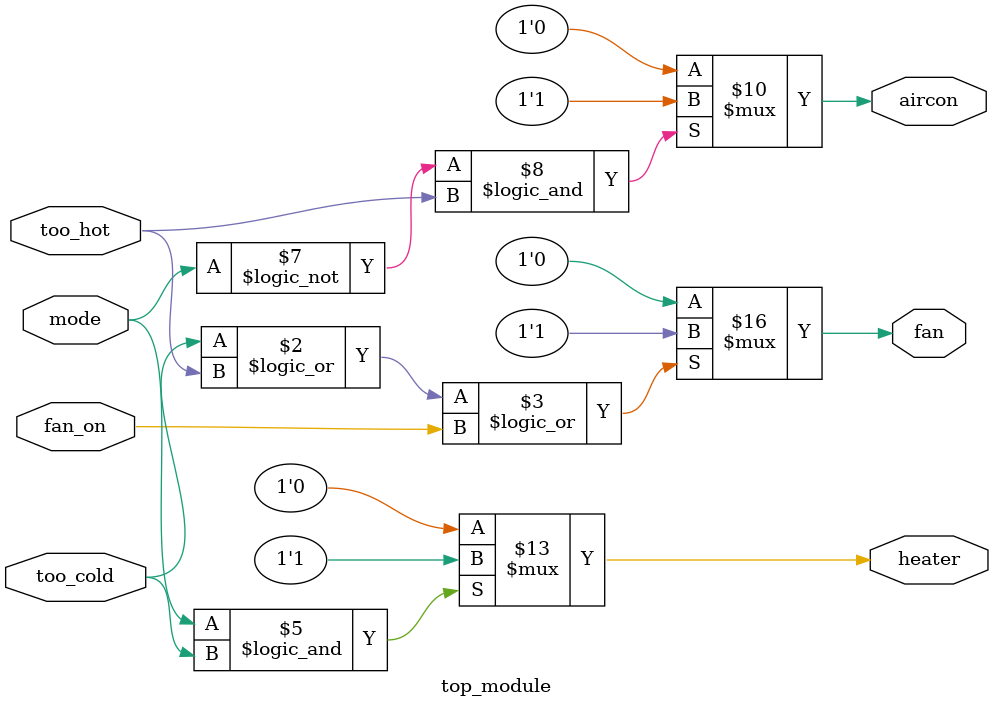
<source format=sv>
module top_module(
	input mode,
	input too_cold, 
	input too_hot,
	input fan_on,
	output heater,
	output aircon,
	output fan
);

  reg fan, heater, aircon;
  
  // Fan control
  always @(*)
  begin
    if (too_cold || too_hot || fan_on)
      fan = 1;
    else
      fan = 0;
  end
  
  // Heater control
  always @(*)
  begin
    if (mode && too_cold)
      heater = 1;
    else
      heater = 0;
  end
  
  // Air conditioner control
  always @(*)
  begin
    if (!mode && too_hot)
      aircon = 1;
    else
      aircon = 0;
  end

endmodule

</source>
